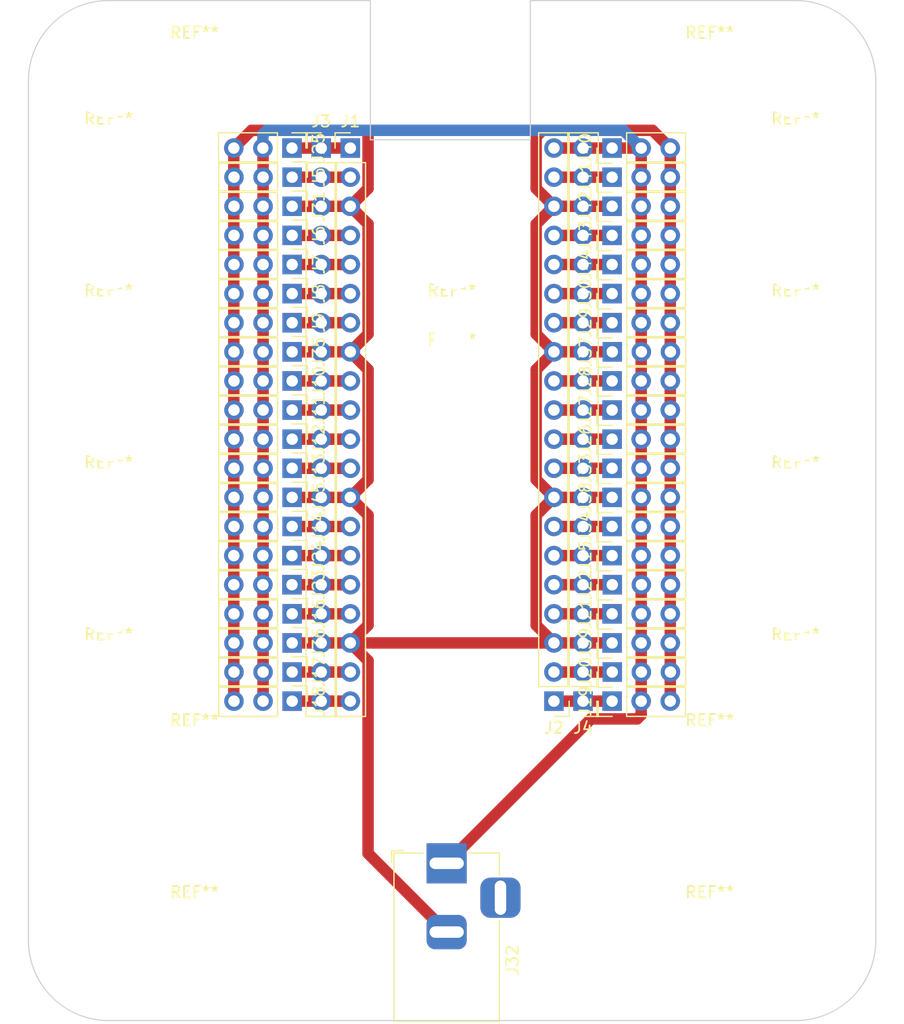
<source format=kicad_pcb>
(kicad_pcb (version 20221018) (generator pcbnew)
  (layers (0 "F.Cu" signal) (31 "B.Cu" signal) (34 "B.Paste" user) (35 "F.Paste" user) (36 "B.SilkS" user "B.Silkscreen") (37 "F.SilkS" user "F.Silkscreen") (38 "B.Mask" user) (39 "F.Mask" user) (44 "Edge.Cuts" user))
  (net 0 "")
  (net 1 "/gpio0")
  (net 2 "/gpio1")
  (net 3 "GND")
  (net 4 "/gpio2")
  (net 5 "/gpio3")
  (net 6 "/gpio4")
  (net 7 "/gpio5")
  (net 8 "/gpio6")
  (net 9 "/gpio7")
  (net 10 "/gpio8")
  (net 11 "/gpio9")
  (net 12 "/gpio10")
  (net 13 "/gpio11")
  (net 14 "/gpio12")
  (net 15 "/gpio13")
  (net 16 "/gpio14")
  (net 17 "/gpio15")
  (net 18 "/gpio16")
  (net 19 "/gpio17")
  (net 20 "/gpio18")
  (net 21 "/gpio19")
  (net 22 "/gpio20")
  (net 23 "/gpio21")
  (net 24 "/gpio22")
  (net 25 "/gpio26")
  (net 26 "/gpio27")
  (net 27 "/gpio28")
  (net 28 "/adc_vref")
  (net 29 "+3.3V")
  (net 30 "/en")
  (net 31 "/vsys")
  (net 32 "+5V")
  (net 34 "/oobb_23")
  (footprint "" (layer "F.Cu") (at 15 45)
    (fp_text reference "")
    (fp_text value "")
  )
  (footprint "oomlout_OOMP_parts:HEAD-I01-X-PI03-01-H301" (layer "F.Cu") (at 13.97 -1.27 90)
    (fp_text reference "J27")
    (fp_text value "HEAD-I01-X-PI03-01-H301")
  )
  (footprint "MountingHole:MountingHole_3.2mm_M3" (layer "F.Cu") (at 30 -7.5)
    (fp_text reference "REF**")
    (fp_text value "MountingHole_3.2mm_M3")
  )
  (footprint "oomlout_OOMP_parts:HEAD-I01-X-PI03-01-H301" (layer "F.Cu") (at -13.97 19.05 -90)
    (fp_text reference "J36")
    (fp_text value "HEAD-I01-X-PI03-01-H301")
  )
  (footprint "oomlout_OOMP_parts:HEAD-I01-X-PI03-01-H301" (layer "F.Cu") (at -13.97 -11.43 -90)
    (fp_text reference "J8")
    (fp_text value "HEAD-I01-X-PI03-01-H301")
  )
  (footprint "oomlout_OOMP_parts:HEAD-I01-X-PI03-01-H301" (layer "F.Cu") (at 13.97 19.05 90)
    (fp_text reference "J39")
    (fp_text value "HEAD-I01-X-PI03-01-H301")
  )
  (footprint "oomlout_OOMP_parts:HEAD-I01-X-PI03-01-H301" (layer "F.Cu") (at 13.985 21.59 90)
    (fp_text reference "J20")
    (fp_text value "HEAD-I01-X-PI03-01-H301")
  )
  (footprint "" (layer "F.Cu") (at -30 -15)
    (fp_text reference "")
    (fp_text value "")
  )
  (footprint "oomlout_OOMP_parts:HEAD-I01-X-PI03-01-H301" (layer "F.Cu") (at 13.97 -11.43 90)
    (fp_text reference "J30")
    (fp_text value "HEAD-I01-X-PI03-01-H301")
  )
  (footprint "oomlout_OOMP_parts:HEAD-I01-X-PI20-01-H20" (layer "F.Cu") (at -11.43 -24.13)
    (fp_text reference "J3")
    (fp_text value "HEAD-I01-X-PI20-01-H20" hide)
  )
  (footprint "oomlout_OOMP_parts:HEAD-I01-X-PI03-01-H301" (layer "F.Cu") (at -13.97 -21.59 -90)
    (fp_text reference "J5")
    (fp_text value "HEAD-I01-X-PI03-01-H301")
  )
  (footprint "" (layer "F.Cu") (at 30 15)
    (fp_text reference "")
    (fp_text value "")
  )
  (footprint "" (layer "F.Cu") (at 30 0)
    (fp_text reference "")
    (fp_text value "")
  )
  (footprint "" (layer "F.Cu") (at -30 30)
    (fp_text reference "")
    (fp_text value "")
  )
  (footprint "" (layer "F.Cu") (at 30 -30)
    (fp_text reference "")
    (fp_text value "")
  )
  (footprint "" (layer "F.Cu") (at 15 30)
    (fp_text reference "")
    (fp_text value "")
  )
  (footprint "" (layer "F.Cu") (at -30 37.5)
    (fp_text reference "")
    (fp_text value "")
  )
  (footprint "oomlout_OOMP_parts:HEAD-I01-X-PI03-01-H301" (layer "F.Cu") (at -13.97 -8.89 -90)
    (fp_text reference "J9")
    (fp_text value "HEAD-I01-X-PI03-01-H301")
  )
  (footprint "" (layer "F.Cu") (at -15 37.5)
    (fp_text reference "")
    (fp_text value "")
  )
  (footprint "" (layer "F.Cu") (at -15 -30)
    (fp_text reference "")
    (fp_text value "")
  )
  (footprint "oomlout_OOMP_parts:HEAD-I01-X-PI03-01-H301" (layer "F.Cu") (at -13.97 -1.27 -90)
    (fp_text reference "J11")
    (fp_text value "HEAD-I01-X-PI03-01-H301")
  )
  (footprint "" (layer "F.Cu") (at -15 30)
    (fp_text reference "")
    (fp_text value "")
  )
  (footprint "" (layer "F.Cu") (at 30 45)
    (fp_text reference "")
    (fp_text value "")
  )
  (footprint "oomlout_OOMP_parts:HEAD-I01-X-PI03-01-H301" (layer "F.Cu") (at -13.97 -13.97 -90)
    (fp_text reference "J7")
    (fp_text value "HEAD-I01-X-PI03-01-H301")
  )
  (footprint "" (layer "F.Cu") (at -30 45)
    (fp_text reference "")
    (fp_text value "")
  )
  (footprint "oomlout_OOMP_parts:HEAD-I01-X-PI03-01-H301" (layer "F.Cu") (at -13.97 -16.51 -90)
    (fp_text reference "J6")
    (fp_text value "HEAD-I01-X-PI03-01-H301")
  )
  (footprint "oomlout_OOMP_parts:HEAD-I01-X-PI20-01-H20" (layer "F.Cu") (at -8.89 -24.13)
    (fp_text reference "J1")
    (fp_text value "HEAD-I01-X-PI20-01-H20" hide)
  )
  (footprint "oomlout_OOMP_parts:HEAD-I01-X-PI03-01-H301" (layer "F.Cu") (at 13.97 -13.97 90)
    (fp_text reference "J44")
    (fp_text value "HEAD-I01-X-PI03-01-H301")
  )
  (footprint "MountingHole:MountingHole_3.2mm_M3" (layer "F.Cu") (at 0 -7.5)
    (fp_text reference "REF**")
    (fp_text value "MountingHole_3.2mm_M3")
  )
  (footprint "MountingHole:MountingHole_3.2mm_M3" (layer "F.Cu") (at -22.5 -30)
    (fp_text reference "REF**")
    (fp_text value "MountingHole_3.2mm_M3")
  )
  (footprint "" (layer "F.Cu") (at 15 37.5)
    (fp_text reference "")
    (fp_text value "")
  )
  (footprint "MountingHole:MountingHole_3.2mm_M3" (layer "F.Cu") (at -30 -7.5)
    (fp_text reference "REF**")
    (fp_text value "MountingHole_3.2mm_M3")
  )
  (footprint "" (layer "F.Cu") (at 30 -15)
    (fp_text reference "")
    (fp_text value "")
  )
  (footprint "MountingHole:MountingHole_6.4mm_M6" (layer "F.Cu") (at 0 0)
    (fp_text reference "REF**")
    (fp_text value "MountingHole_6.4mm_M6")
  )
  (footprint "MountingHole:MountingHole_3.2mm_M3" (layer "F.Cu") (at 22.5 45)
    (fp_text reference "REF**")
    (fp_text value "MountingHole_3.2mm_M3")
  )
  (footprint "oomlout_OOMP_parts:HEAD-I01-X-PI03-01-H301" (layer "F.Cu") (at -13.985 13.97 -90)
    (fp_text reference "J23")
    (fp_text value "HEAD-I01-X-PI03-01-H301")
  )
  (footprint "MountingHole:MountingHole_3.2mm_M3" (layer "F.Cu") (at -30 7.5)
    (fp_text reference "REF**")
    (fp_text value "MountingHole_3.2mm_M3")
  )
  (footprint "" (layer "F.Cu") (at -30 0)
    (fp_text reference "")
    (fp_text value "")
  )
  (footprint "" (layer "F.Cu") (at 0 15)
    (fp_text reference "")
    (fp_text value "")
  )
  (footprint "MountingHole:MountingHole_3.2mm_M3" (layer "F.Cu") (at -22.5 45)
    (fp_text reference "REF**")
    (fp_text value "MountingHole_3.2mm_M3")
  )
  (footprint "" (layer "F.Cu") (at 15 -30)
    (fp_text reference "")
    (fp_text value "")
  )
  (footprint "oomlout_OOMP_parts:HEAD-I01-X-PI03-01-H301" (layer "F.Cu") (at 13.97 8.89 90)
    (fp_text reference "J34")
    (fp_text value "HEAD-I01-X-PI03-01-H301")
  )
  (footprint "oomlout_OOMP_parts:HEAD-I01-X-PI03-01-H301" (layer "F.Cu") (at 13.97 16.51 90)
    (fp_text reference "J21")
    (fp_text value "HEAD-I01-X-PI03-01-H301")
  )
  (footprint "" (layer "F.Cu") (at -30 -30)
    (fp_text reference "")
    (fp_text value "")
  )
  (footprint "oomlout_OOMP_parts:HEAD-I01-X-PI03-01-H301" (layer "F.Cu") (at 13.97 6.35 90)
    (fp_text reference "J38")
    (fp_text value "HEAD-I01-X-PI03-01-H301")
  )
  (footprint "MountingHole:MountingHole_3.2mm_M3" (layer "F.Cu") (at 30 22.5)
    (fp_text reference "REF**")
    (fp_text value "MountingHole_3.2mm_M3")
  )
  (footprint "oomlout_OOMP_parts:HEAD-I01-X-PI03-01-H301" (layer "F.Cu") (at 13.985 -6.35 90)
    (fp_text reference "J37")
    (fp_text value "HEAD-I01-X-PI03-01-H301")
  )
  (footprint "MountingHole:MountingHole_3.2mm_M3" (layer "F.Cu") (at -30 22.5)
    (fp_text reference "REF**")
    (fp_text value "MountingHole_3.2mm_M3")
  )
  (footprint "oomlout_OOMP_parts:HEAD-I01-X-PI03-01-H301" (layer "F.Cu") (at 13.97 -8.89 90)
    (fp_text reference "J29")
    (fp_text value "HEAD-I01-X-PI03-01-H301")
  )
  (footprint "oomlout_OOMP_parts:HEAD-I01-X-PI03-01-H301" (layer "F.Cu") (at -13.97 16.51 -90)
    (fp_text reference "J16")
    (fp_text value "HEAD-I01-X-PI03-01-H301")
  )
  (footprint "MountingHole:MountingHole_3.2mm_M3" (layer "F.Cu") (at 30 -22.5)
    (fp_text reference "REF**")
    (fp_text value "MountingHole_3.2mm_M3")
  )
  (footprint "oomlout_OOMP_parts:HEAD-I01-X-PI20-01-H20" (layer "F.Cu") (at 11.43 24.13 180)
    (fp_text reference "J4")
    (fp_text value "HEAD-I01-X-PI20-01-H20")
  )
  (footprint "oomlout_OOMP_parts:HEAD-I01-X-PI03-01-H301" (layer "F.Cu") (at 13.97 -19.05 90)
    (fp_text reference "J42")
    (fp_text value "HEAD-I01-X-PI03-01-H301")
  )
  (footprint "MountingHole:MountingHole_3.2mm_M3" (layer "F.Cu") (at -22.5 30)
    (fp_text reference "REF**")
    (fp_text value "MountingHole_3.2mm_M3")
  )
  (footprint "" (layer "F.Cu") (at 30 30)
    (fp_text reference "")
    (fp_text value "")
  )
  (footprint "oomlout_OOMP_parts:HEAD-I01-X-PI03-01-H301" (layer "F.Cu") (at 13.97 -3.81 90)
    (fp_text reference "J28")
    (fp_text value "HEAD-I01-X-PI03-01-H301")
  )
  (footprint "oomlout_OOMP_parts:HEAD-I01-X-PI03-01-H301" (layer "F.Cu") (at -13.97 6.35 -90)
    (fp_text reference "J45")
    (fp_text value "HEAD-I01-X-PI03-01-H301")
  )
  (footprint "" (layer "F.Cu") (at 0 -15)
    (fp_text reference "")
    (fp_text value "")
  )
  (footprint "oomlout_OOMP_parts:HEAD-I01-X-PI03-01-H301" (layer "F.Cu") (at 13.97 11.43 90)
    (fp_text reference "J15")
    (fp_text value "HEAD-I01-X-PI03-01-H301")
  )
  (footprint "oomlout_OOMP_parts:HEAD-I01-X-PI03-01-H301" (layer "F.Cu") (at -13.97 24.13 -90)
    (fp_text reference "J18")
    (fp_text value "HEAD-I01-X-PI03-01-H301")
  )
  (footprint "oomlout_OOMP_parts:HEAD-I01-X-PI03-01-H301" (layer "F.Cu") (at -13.985 11.43 -90)
    (fp_text reference "J24")
    (fp_text value "HEAD-I01-X-PI03-01-H301")
  )
  (footprint "MountingHole:MountingHole_3.2mm_M3" (layer "F.Cu") (at 22.5 30)
    (fp_text reference "REF**")
    (fp_text value "MountingHole_3.2mm_M3")
  )
  (footprint "oomlout_OOMP_parts:HEAD-I01-X-PI03-01-H301" (layer "F.Cu") (at 13.97 -16.51 90)
    (fp_text reference "J43")
    (fp_text value "HEAD-I01-X-PI03-01-H301")
  )
  (footprint "oomlout_OOMP_parts:HEAD-I01-X-PI03-01-H301" (layer "F.Cu") (at -13.97 3.81 -90)
    (fp_text reference "J13")
    (fp_text value "HEAD-I01-X-PI03-01-H301")
  )
  (footprint "MountingHole:MountingHole_3.2mm_M3" (layer "F.Cu") (at 30 7.5)
    (fp_text reference "REF**")
    (fp_text value "MountingHole_3.2mm_M3")
  )
  (footprint "MountingHole:MountingHole_3.2mm_M3" (layer "F.Cu") (at -30 -22.5)
    (fp_text reference "REF**")
    (fp_text value "MountingHole_3.2mm_M3")
  )
  (footprint "" (layer "F.Cu") (at -15 45)
    (fp_text reference "")
    (fp_text value "")
  )
  (footprint "oomlout_OOMP_parts:HEAD-I01-X-PI03-01-H301" (layer "F.Cu") (at -13.97 21.59 -90)
    (fp_text reference "J17")
    (fp_text value "HEAD-I01-X-PI03-01-H301")
  )
  (footprint "oomlout_OOMP_parts:HEAD-I01-X-PI03-01-H301" (layer "F.Cu") (at -13.97 1.27 -90)
    (fp_text reference "J12")
    (fp_text value "HEAD-I01-X-PI03-01-H301")
  )
  (footprint "Connector_BarrelJack:BarrelJack_Horizontal" (layer "F.Cu") (at -0.4775 38.28 90)
    (fp_text reference "J32")
    (fp_text value "Barrel_Jack_Switch")
  )
  (footprint "oomlout_OOMP_parts:HEAD-I01-X-PI20-01-H20" (layer "F.Cu") (at 8.89 24.13 180)
    (fp_text reference "J2")
    (fp_text value "HEAD-I01-X-PI20-01-H20")
  )
  (footprint "oomlout_OOMP_parts:HEAD-I01-X-PI03-01-H301" (layer "F.Cu") (at 13.97 -24.13 90)
    (fp_text reference "J40")
    (fp_text value "HEAD-I01-X-PI03-01-H301")
  )
  (footprint "" (layer "F.Cu") (at -30 15)
    (fp_text reference "")
    (fp_text value "")
  )
  (footprint "oomlout_OOMP_parts:HEAD-I01-X-PI03-01-H301" (layer "F.Cu") (at -13.985 -24.13 -90)
    (fp_text reference "J25")
    (fp_text value "HEAD-I01-X-PI03-01-H301")
  )
  (footprint "oomlout_OOMP_parts:HEAD-I01-X-PI03-01-H301" (layer "F.Cu") (at 13.97 24.13 90)
    (fp_text reference "J19")
    (fp_text value "HEAD-I01-X-PI03-01-H301")
  )
  (footprint "oomlout_OOMP_parts:HEAD-I01-X-PI03-01-H301" (layer "F.Cu") (at 13.97 -21.59 90)
    (fp_text reference "J41")
    (fp_text value "HEAD-I01-X-PI03-01-H301")
  )
  (footprint "oomlout_OOMP_parts:HEAD-I01-X-PI03-01-H301" (layer "F.Cu") (at 13.97 1.27 90)
    (fp_text reference "J26")
    (fp_text value "HEAD-I01-X-PI03-01-H301")
  )
  (footprint "oomlout_OOMP_parts:HEAD-I01-X-PI03-01-H301" (layer "F.Cu") (at 13.985 13.97 90)
    (fp_text reference "J22")
    (fp_text value "HEAD-I01-X-PI03-01-H301")
  )
  (footprint "oomlout_OOMP_parts:HEAD-I01-X-PI03-01-H301" (layer "F.Cu") (at -13.97 8.89 -90)
    (fp_text reference "J14")
    (fp_text value "HEAD-I01-X-PI03-01-H301")
  )
  (footprint "oomlout_OOMP_parts:HEAD-I01-X-PI03-01-H301" (layer "F.Cu") (at 13.97 3.81 90)
    (fp_text reference "J33")
    (fp_text value "HEAD-I01-X-PI03-01-H301")
  )
  (footprint "oomlout_OOMP_parts:HEAD-I01-X-PI03-01-H301" (layer "F.Cu") (at -13.97 -19.05 -90)
    (fp_text reference "J31")
    (fp_text value "HEAD-I01-X-PI03-01-H301")
  )
  (footprint "" (layer "F.Cu") (at 30 37.5)
    (fp_text reference "")
    (fp_text value "")
  )
  (footprint "MountingHole:MountingHole_3.2mm_M3" (layer "F.Cu") (at 22.5 -30)
    (fp_text reference "REF**")
    (fp_text value "MountingHole_3.2mm_M3")
  )
  (footprint "oomlout_OOMP_parts:HEAD-I01-X-PI03-01-H301" (layer "F.Cu") (at -13.97 -6.35 -90)
    (fp_text reference "J35")
    (fp_text value "HEAD-I01-X-PI03-01-H301")
  )
  (footprint "oomlout_OOMP_parts:HEAD-I01-X-PI03-01-H301" (layer "F.Cu") (at -13.97 -3.81 -90)
    (fp_text reference "J10")
    (fp_text value "HEAD-I01-X-PI03-01-H301")
  )
  (gr_arc (start -30 52) (mid -34.949747 49.949747) (end -37 45) (stroke (width 0.1)) (layer "Edge.Cuts"))
  (gr_line (start 6.83 -24.85) (end 6.83 -37) (stroke (width 0.1)) (layer "Edge.Cuts"))
  (gr_line (start 30 52) (end -30 52) (stroke (width 0.1)) (layer "Edge.Cuts"))
  (gr_line (start -7.14 -37) (end -7.14 -24.85) (stroke (width 0.1)) (layer "Edge.Cuts"))
  (gr_line (start 6.83 -37) (end 30 -37) (stroke (width 0.1)) (layer "Edge.Cuts"))
  (gr_line (start 37 -30) (end 37 45) (stroke (width 0.1)) (layer "Edge.Cuts"))
  (gr_line (start -30 -37) (end -7.14 -37) (stroke (width 0.1)) (layer "Edge.Cuts"))
  (gr_line (start -37 45) (end -37 -30) (stroke (width 0.1)) (layer "Edge.Cuts"))
  (gr_arc (start 30 -37) (mid 34.949747 -34.949747) (end 37 -30) (stroke (width 0.1)) (layer "Edge.Cuts"))
  (gr_arc (start 37 45) (mid 34.949747 49.949747) (end 30 52) (stroke (width 0.1)) (layer "Edge.Cuts"))
  (gr_arc (start -37 -30) (mid -34.949747 -34.949747) (end -30 -37) (stroke (width 0.1)) (layer "Edge.Cuts"))
  (gr_line (start -7.14 -24.85) (end 6.83 -24.85) (stroke (width 0.1)) (layer "Edge.Cuts"))
  (segment (start -13.985 -24.13) (end -8.89 -24.13) (width 1) (layer "F.Cu") (net 1))
  (segment (start -8.89 -21.59) (end -13.97 -21.59) (width 1) (layer "F.Cu") (net 2))
  (segment (start -7.34 37.4175) (end -7.34 20.6) (width 1) (layer "F.Cu") (net 3))
  (segment (start -19.065 24.115) (end -19.05 24.13) (width 1) (layer "F.Cu") (net 3))
  (segment (start -8.89 6.35) (end -13.97 6.35) (width 1) (layer "F.Cu") (net 3))
  (segment (start 7.34 -17.5) (end 8.89 -19.05) (width 1) (layer "F.Cu") (net 3))
  (segment (start -7.34 20.6) (end -8.89 19.05) (width 1) (layer "F.Cu") (net 3))
  (segment (start 17.5 -25.68) (end 19.05 -24.13) (width 1) (layer "F.Cu") (net 3))
  (segment (start -8.89 -19.05) (end -7.34 -20.6) (width 1) (layer "F.Cu") (net 3))
  (segment (start 19.05 -24.13) (end 19.05 24.13) (width 1) (layer "F.Cu") (net 3))
  (segment (start -13.97 -6.35) (end -8.89 -6.35) (width 1) (layer "F.Cu") (net 3))
  (segment (start 13.985 -6.35) (end 8.89 -6.35) (width 1) (layer "F.Cu") (net 3))
  (segment (start -8.89 19.05) (end 8.89 19.05) (width 1) (layer "F.Cu") (net 3))
  (segment (start 7.34 17.5) (end 7.34 7.9) (width 1) (layer "F.Cu") (net 3))
  (segment (start 8.89 19.05) (end 7.34 17.5) (width 1) (layer "F.Cu") (net 3))
  (segment (start 8.89 -19.05) (end 7.34 -20.6) (width 1) (layer "F.Cu") (net 3))
  (segment (start 8.89 6.35) (end 13.97 6.35) (width 1) (layer "F.Cu") (net 3))
  (segment (start -7.34 4.8) (end -7.34 -4.8) (width 1) (layer "F.Cu") (net 3))
  (segment (start -7.34 -20.6) (end -7.34 -25.68) (width 1) (layer "F.Cu") (net 3))
  (segment (start 8.89 6.35) (end 7.34 4.8) (width 1) (layer "F.Cu") (net 3))
  (segment (start -7.34 -4.8) (end -8.89 -6.35) (width 1) (layer "F.Cu") (net 3))
  (segment (start -7.34 7.9) (end -8.89 6.35) (width 1) (layer "F.Cu") (net 3))
  (segment (start 13.97 -19.05) (end 8.89 -19.05) (width 1) (layer "F.Cu") (net 3))
  (segment (start 7.9 -25.68) (end 17.5 -25.68) (width 1) (layer "F.Cu") (net 3))
  (segment (start 7.34 -4.8) (end 8.89 -6.35) (width 1) (layer "F.Cu") (net 3))
  (segment (start -8.89 6.35) (end -7.34 4.8) (width 1) (layer "F.Cu") (net 3))
  (segment (start 8.89 -6.35) (end 7.34 -7.9) (width 1) (layer "F.Cu") (net 3))
  (segment (start -7.34 -25.68) (end -17.515 -25.68) (width 1) (layer "F.Cu") (net 3))
  (segment (start 7.34 -7.9) (end 7.34 -17.5) (width 1) (layer "F.Cu") (net 3))
  (segment (start -0.4775 44.28) (end -7.34 37.4175) (width 1) (layer "F.Cu") (net 3))
  (segment (start -7.34 17.5) (end -7.34 7.9) (width 1) (layer "F.Cu") (net 3))
  (segment (start 8.89 19.05) (end 13.97 19.05) (width 1) (layer "F.Cu") (net 3))
  (segment (start 7.34 -20.6) (end 7.34 -25.12) (width 1) (layer "F.Cu") (net 3))
  (segment (start 7.34 7.9) (end 8.89 6.35) (width 1) (layer "F.Cu") (net 3))
  (segment (start -7.34 -17.5) (end -8.89 -19.05) (width 1) (layer "F.Cu") (net 3))
  (segment (start -8.89 19.05) (end -7.34 17.5) (width 1) (layer "F.Cu") (net 3))
  (segment (start -13.97 -19.05) (end -8.89 -19.05) (width 1) (layer "F.Cu") (net 3))
  (segment (start -17.515 -25.68) (end -19.065 -24.13) (width 1) (layer "F.Cu") (net 3))
  (segment (start -8.89 19.05) (end -13.97 19.05) (width 1) (layer "F.Cu") (net 3))
  (segment (start -7.34 -7.9) (end -7.34 -17.5) (width 1) (layer "F.Cu") (net 3))
  (segment (start 7.34 -25.12) (end 7.9 -25.68) (width 1) (layer "F.Cu") (net 3))
  (segment (start 7.34 4.8) (end 7.34 -4.8) (width 1) (layer "F.Cu") (net 3))
  (segment (start -8.89 -6.35) (end -7.34 -7.9) (width 1) (layer "F.Cu") (net 3))
  (segment (start -19.065 -24.13) (end -19.065 24.115) (width 1) (layer "F.Cu") (net 3))
  (segment (start -8.89 -16.51) (end -13.97 -16.51) (width 1) (layer "F.Cu") (net 4))
  (segment (start -13.97 -13.97) (end -8.89 -13.97) (width 1) (layer "F.Cu") (net 5))
  (segment (start -13.97 -11.43) (end -8.89 -11.43) (width 1) (layer "F.Cu") (net 6))
  (segment (start -13.97 -8.89) (end -8.89 -8.89) (width 1) (layer "F.Cu") (net 7))
  (segment (start -13.97 -3.81) (end -8.89 -3.81) (width 1) (layer "F.Cu") (net 8))
  (segment (start -13.97 -1.27) (end -8.89 -1.27) (width 1) (layer "F.Cu") (net 9))
  (segment (start -13.97 1.27) (end -8.89 1.27) (width 1) (layer "F.Cu") (net 10))
  (segment (start -13.97 3.81) (end -8.89 3.81) (width 1) (layer "F.Cu") (net 11))
  (segment (start -8.89 8.89) (end -13.97 8.89) (width 1) (layer "F.Cu") (net 12))
  (segment (start -8.89 11.43) (end -13.985 11.43) (width 1) (layer "F.Cu") (net 13))
  (segment (start -8.89 13.97) (end -13.985 13.97) (width 1) (layer "F.Cu") (net 14))
  (segment (start -8.89 16.51) (end -13.97 16.51) (width 1) (layer "F.Cu") (net 15))
  (segment (start -8.89 21.59) (end -13.97 21.59) (width 1) (layer "F.Cu") (net 16))
  (segment (start -13.97 24.13) (end -8.89 24.13) (width 1) (layer "F.Cu") (net 17))
  (segment (start 8.89 24.13) (end 13.97 24.13) (width 1) (layer "F.Cu") (net 18))
  (segment (start 13.985 21.59) (end 8.89 21.59) (width 1) (layer "F.Cu") (net 19))
  (segment (start 13.97 16.51) (end 8.89 16.51) (width 1) (layer "F.Cu") (net 20))
  (segment (start 8.89 13.97) (end 13.985 13.97) (width 1) (layer "F.Cu") (net 21))
  (segment (start 13.97 11.43) (end 8.89 11.43) (width 1) (layer "F.Cu") (net 22))
  (segment (start 8.89 8.89) (end 13.97 8.89) (width 1) (layer "F.Cu") (net 23))
  (segment (start 13.97 3.81) (end 8.89 3.81) (width 1) (layer "F.Cu") (net 24))
  (segment (start 13.97 -1.27) (end 8.89 -1.27) (width 1) (layer "F.Cu") (net 25))
  (segment (start 8.89 -3.81) (end 13.97 -3.81) (width 1) (layer "F.Cu") (net 26))
  (segment (start 8.89 -8.89) (end 13.97 -8.89) (width 1) (layer "F.Cu") (net 27))
  (segment (start 13.97 -11.43) (end 8.89 -11.43) (width 1) (layer "F.Cu") (net 28))
  (segment (start 13.97 -13.97) (end 8.89 -13.97) (width 1) (layer "F.Cu") (net 29))
  (segment (start 8.89 -16.51) (end 13.97 -16.51) (width 1) (layer "F.Cu") (net 30))
  (segment (start 8.89 -21.59) (end 13.97 -21.59) (width 1) (layer "F.Cu") (net 31))
  (segment (start 16.51 -24.13) (end 16.51 -13.97) (width 1) (layer "F.Cu") (net 32))
  (segment (start 12.1225 25.68) (end 16.162081 25.68) (width 1) (layer "F.Cu") (net 32))
  (segment (start 0.48 37.93) (end 0.13 38.28) (width 1) (layer "F.Cu") (net 32))
  (segment (start 13.97 -24.13) (end 16.51 -24.13) (width 1) (layer "F.Cu") (net 32))
  (segment (start -0.4775 38.28) (end 0.13 38.28) (width 1) (layer "F.Cu") (net 32))
  (segment (start 13.97 -24.13) (end 8.89 -24.13) (width 1) (layer "F.Cu") (net 32))
  (segment (start -16.51 -24.115) (end -16.525 -24.13) (width 1) (layer "F.Cu") (net 32))
  (segment (start -16.51 24.13) (end -16.51 -24.115) (width 1) (layer "F.Cu") (net 32))
  (segment (start 16.51 24.13) (end 16.51 -13.97) (width 1) (layer "F.Cu") (net 32))
  (segment (start 16.162081 25.68) (end 16.51 25.332081) (width 1) (layer "F.Cu") (net 32))
  (segment (start -0.4775 38.28) (end 12.1225 25.68) (width 1) (layer "F.Cu") (net 32))
  (segment (start 16.51 25.332081) (end 16.51 24.13) (width 1) (layer "F.Cu") (net 32))
  (segment (start 16.51 -24.13) (end 14.96 -25.68) (width 1) (layer "B.Cu") (net 32))
  (segment (start -16.177081 -25.68) (end -16.525 -25.332081) (width 1) (layer "B.Cu") (net 32))
  (segment (start 14.96 -25.68) (end -16.177081 -25.68) (width 1) (layer "B.Cu") (net 32))
  (segment (start -16.525 -25.332081) (end -16.525 -24.13) (width 1) (layer "B.Cu") (net 32))
  (segment (start 8.89 1.27) (end 13.97 1.27) (width 1) (layer "F.Cu") (net 34))
)
</source>
